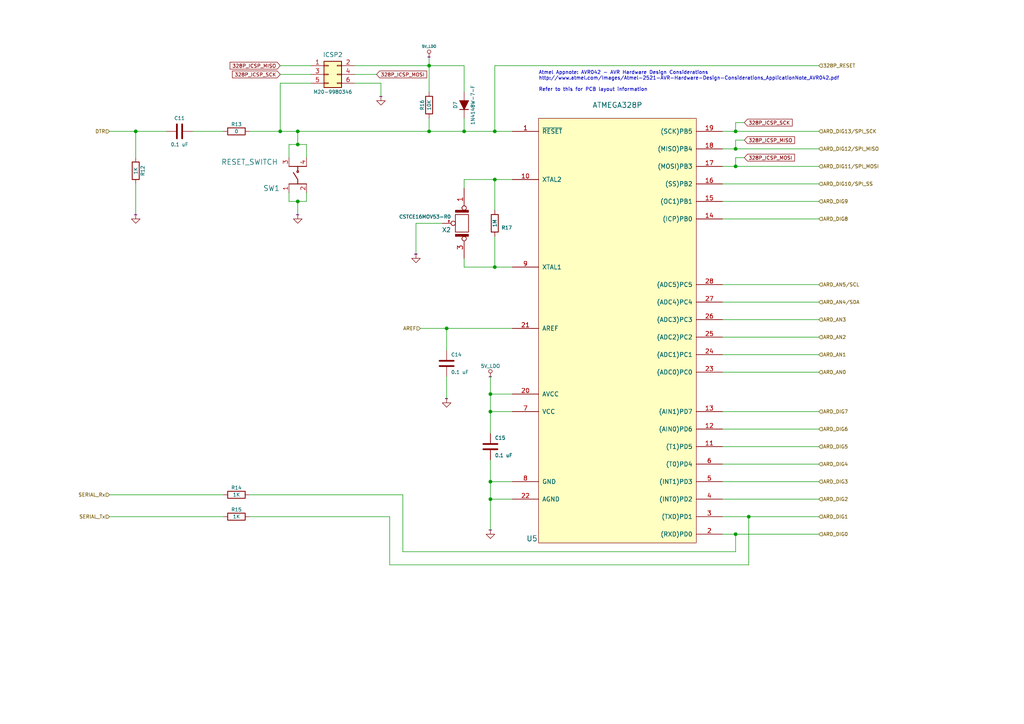
<source format=kicad_sch>
(kicad_sch (version 20230121) (generator eeschema)
  (paper "A4")
  (title_block (title "Arduino UNO R3 Clone") (date "2021-08-06") (rev "1") (company "Rheingold Heavy") (comment 1 "Based on the Arduino UNO R3 From arduino.cc"))
  (lib_symbols
    (symbol "Arduino_Uno_R3_From_Scratch:5V_LDO" (power) (pin_names (offset 1.016))
      (property "Value" "5V_LDO" (at 0 3.048 0))
      (symbol "5V_LDO_0_0"
        (pin power_in line (at 0 0 90) (length 0) hide (name "5V_LDO") (number "1"))
      )
      (symbol "5V_LDO_0_1"
        (polyline (pts (xy 0 0) (xy 0 1.016)) (stroke (width 0.1524)))
        (circle (center 0 1.524) (radius 0.508) (stroke (width 0.1524)))
      )
    )
    (symbol "Arduino_Uno_R3_From_Scratch:CERAMIC_RESONATOR" (pin_names (offset 1.016) hide)
      (property "Reference" "XTAL" (at 0 3.81 0))
      (property "Value" "CERAMIC_RESONATOR" (at 1.27 -2.54 0))
      (symbol "CERAMIC_RESONATOR_0_1"
        (rectangle (start -2.54 2.54) (end 2.54 -1.27) (stroke (width 0.2032)))
        (polyline (pts (xy -3.81 2.54) (xy -3.81 -1.27) (xy -3.175 -1.27) (xy -3.175 2.54) (xy -3.81 2.54) (xy -3.81 2.54)) (fill (type outline)))
        (polyline (pts (xy 3.81 2.54) (xy 3.81 -1.27) (xy 3.175 -1.27) (xy 3.175 2.54) (xy 3.81 2.54) (xy 3.81 2.54)) (fill (type outline)))
      )
      (symbol "CERAMIC_RESONATOR_1_1"
        (pin passive inverted (at -10.16 1.27 0) (length 6.35) (name "P1") (number "1"))
        (pin passive inverted (at 0 -5.08 90) (length 3.81) (name "PM") (number "2"))
        (pin passive inverted (at 10.16 1.27 180) (length 6.35) (name "P3") (number "3"))
      )
    )
    (symbol "Arduino_Uno_R3_From_Scratch:RESET_SWITCH" (pin_names (offset 1.016))
      (property "Reference" "SW" (at 0 -5.08 0))
      (property "Value" "RESET_SWITCH" (at 0 6.35 0))
      (symbol "RESET_SWITCH_0_1"
        (polyline (pts (xy -2.54 -2.54) (xy -2.54 2.54)) (stroke (width 0.254)))
        (polyline (pts (xy 2.54 0) (xy 1.27 0)) (stroke (width 0.254)))
        (polyline (pts (xy 2.54 2.54) (xy 2.54 -2.54)) (stroke (width 0.254)))
        (polyline (pts (xy -2.54 0) (xy -1.27 0) (xy 0.762 1.27)) (stroke (width 0.254)))
        (circle (center 1.016 0) (radius 0.254) (stroke (width 0.254)))
      )
      (symbol "RESET_SWITCH_1_1"
        (pin input line (at -5.08 2.54 0) (length 2.54) (name "~") (number "1"))
        (pin input line (at -5.08 -2.54 0) (length 2.54) (name "~") (number "2"))
        (pin input line (at 5.08 2.54 180) (length 2.54) (name "~") (number "3"))
        (pin input line (at 5.08 -2.54 180) (length 2.54) (name "~") (number "4"))
      )
    )
    (symbol "Connector_Generic:Conn_02x03_Odd_Even" (pin_names (offset 1.016) hide)
      (property "Reference" "J" (at 1.27 5.08 0))
      (property "Value" "Conn_02x03_Odd_Even" (at 1.27 -5.08 0))
      (symbol "Conn_02x03_Odd_Even_1_1"
        (rectangle (start -1.27 -2.413) (end 0 -2.667) (stroke (width 0.1524)))
        (rectangle (start -1.27 0.127) (end 0 -0.127) (stroke (width 0.1524)))
        (rectangle (start -1.27 2.667) (end 0 2.413) (stroke (width 0.1524)))
        (rectangle (start -1.27 3.81) (end 3.81 -3.81) (stroke (width 0.254)) (fill (type background)))
        (rectangle (start 3.81 -2.413) (end 2.54 -2.667) (stroke (width 0.1524)))
        (rectangle (start 3.81 0.127) (end 2.54 -0.127) (stroke (width 0.1524)))
        (rectangle (start 3.81 2.667) (end 2.54 2.413) (stroke (width 0.1524)))
        (pin passive line (at -5.08 2.54 0) (length 3.81) (name "Pin_1") (number "1"))
        (pin passive line (at 7.62 2.54 180) (length 3.81) (name "Pin_2") (number "2"))
        (pin passive line (at -5.08 0 0) (length 3.81) (name "Pin_3") (number "3"))
        (pin passive line (at 7.62 0 180) (length 3.81) (name "Pin_4") (number "4"))
        (pin passive line (at -5.08 -2.54 0) (length 3.81) (name "Pin_5") (number "5"))
        (pin passive line (at 7.62 -2.54 180) (length 3.81) (name "Pin_6") (number "6"))
      )
    )
    (symbol "Device:C" (pin_numbers hide) (pin_names (offset 0.254))
      (property "Reference" "C" (at 0.635 2.54 0))
      (property "Value" "C" (at 0.635 -2.54 0))
      (symbol "C_0_1"
        (polyline (pts (xy -2.032 -0.762) (xy 2.032 -0.762)) (stroke (width 0.508)))
        (polyline (pts (xy -2.032 0.762) (xy 2.032 0.762)) (stroke (width 0.508)))
      )
      (symbol "C_1_1"
        (pin passive line (at 0 3.81 270) (length 2.794) (name "~") (number "1"))
        (pin passive line (at 0 -3.81 90) (length 2.794) (name "~") (number "2"))
      )
    )
    (symbol "Device:D_Filled" (pin_numbers hide) (pin_names (offset 1.016) hide)
      (property "Reference" "D" (at 0 2.54 0))
      (property "Value" "D_Filled" (at 0 -2.54 0))
      (symbol "D_Filled_0_1"
        (polyline (pts (xy -1.27 1.27) (xy -1.27 -1.27)) (stroke (width 0.254)))
        (polyline (pts (xy 1.27 0) (xy -1.27 0)))
        (polyline (pts (xy 1.27 1.27) (xy 1.27 -1.27) (xy -1.27 0) (xy 1.27 1.27)) (stroke (width 0.254)) (fill (type outline)))
      )
      (symbol "D_Filled_1_1"
        (pin passive line (at -3.81 0 0) (length 2.54) (name "K") (number "1"))
        (pin passive line (at 3.81 0 180) (length 2.54) (name "A") (number "2"))
      )
    )
    (symbol "Device:R" (pin_numbers hide) (pin_names (offset 0))
      (property "Reference" "R" (at 2.032 0 90))
      (property "Value" "R" (at 0 0 90))
      (symbol "R_0_1"
        (rectangle (start -1.016 -2.54) (end 1.016 2.54) (stroke (width 0.254)))
      )
      (symbol "R_1_1"
        (pin passive line (at 0 3.81 270) (length 1.27) (name "~") (number "1"))
        (pin passive line (at 0 -3.81 90) (length 1.27) (name "~") (number "2"))
      )
    )
    (symbol "MFN_Atmel:ATMEGA328P-PU" (pin_names (offset 1.016))
      (property "Reference" "U" (at 24.13 -66.04 0))
      (property "Value" "ATMEGA328P-PU" (at 0 64.77 0))
      (symbol "ATMEGA328P-PU_0_1"
        (rectangle (start 22.86 60.96) (end -22.86 -62.23) (fill (type background)))
      )
      (symbol "ATMEGA328P-PU_1_1"
        (pin input line (at -30.48 57.15 0) (length 7.62) (name "~{RESET}") (number "1"))
        (pin input line (at -30.48 43.18 0) (length 7.62) (name "XTAL2") (number "10"))
        (pin input line (at 30.48 -34.29 180) (length 7.62) (name "(T1)PD5") (number "11"))
        (pin input line (at 30.48 -29.21 180) (length 7.62) (name "(AIN0)PD6") (number "12"))
        (pin input line (at 30.48 -24.13 180) (length 7.62) (name "(AIN1)PD7") (number "13"))
        (pin input line (at 30.48 31.75 180) (length 7.62) (name "(ICP)PB0") (number "14"))
        (pin input line (at 30.48 36.83 180) (length 7.62) (name "(OC1)PB1") (number "15"))
        (pin input line (at 30.48 41.91 180) (length 7.62) (name "(SS)PB2") (number "16"))
        (pin input line (at 30.48 46.99 180) (length 7.62) (name "(MOSI)PB3") (number "17"))
        (pin input line (at 30.48 52.07 180) (length 7.62) (name "(MISO)PB4") (number "18"))
        (pin input line (at 30.48 57.15 180) (length 7.62) (name "(SCK)PB5") (number "19"))
        (pin input line (at 30.48 -59.69 180) (length 7.62) (name "(RXD)PD0") (number "2"))
        (pin input line (at -30.48 -19.05 0) (length 7.62) (name "AVCC") (number "20"))
        (pin input line (at -30.48 0 0) (length 7.62) (name "AREF") (number "21"))
        (pin input line (at -30.48 -49.53 0) (length 7.62) (name "AGND") (number "22"))
        (pin input line (at 30.48 -12.7 180) (length 7.62) (name "(ADC0)PC0") (number "23"))
        (pin input line (at 30.48 -7.62 180) (length 7.62) (name "(ADC1)PC1") (number "24"))
        (pin input line (at 30.48 -2.54 180) (length 7.62) (name "(ADC2)PC2") (number "25"))
        (pin input line (at 30.48 2.54 180) (length 7.62) (name "(ADC3)PC3") (number "26"))
        (pin input line (at 30.48 7.62 180) (length 7.62) (name "(ADC4)PC4") (number "27"))
        (pin input line (at 30.48 12.7 180) (length 7.62) (name "(ADC5)PC5") (number "28"))
        (pin input line (at 30.48 -54.61 180) (length 7.62) (name "(TXD)PD1") (number "3"))
        (pin input line (at 30.48 -49.53 180) (length 7.62) (name "(INT0)PD2") (number "4"))
        (pin input line (at 30.48 -44.45 180) (length 7.62) (name "(INT1)PD3") (number "5"))
        (pin input line (at 30.48 -39.37 180) (length 7.62) (name "(T0)PD4") (number "6"))
        (pin input line (at -30.48 -24.13 0) (length 7.62) (name "VCC") (number "7"))
        (pin input line (at -30.48 -44.45 0) (length 7.62) (name "GND") (number "8"))
        (pin input line (at -30.48 17.78 0) (length 7.62) (name "XTAL1") (number "9"))
      )
    )
    (symbol "power:GND" (power) (pin_names (offset 0))
      (property "Value" "GND" (at 0 -3.81 0))
      (symbol "GND_0_1"
        (polyline (pts (xy 0 0) (xy 0 -1.27) (xy 1.27 -1.27) (xy 0 -2.54) (xy -1.27 -1.27) (xy 0 -1.27)))
      )
      (symbol "GND_1_1"
        (pin power_in line (at 0 0 270) (length 0) hide (name "GND") (number "1"))
      )
    )
  )
  (junction (at 142.24 144.78))
  (junction (at 81.28 38.1))
  (junction (at 213.36 38.1))
  (junction (at 143.51 52.07))
  (junction (at 213.36 48.26))
  (junction (at 86.36 58.42))
  (junction (at 213.36 154.94))
  (junction (at 142.24 139.7))
  (junction (at 129.54 95.25))
  (junction (at 142.24 119.38))
  (junction (at 143.51 77.47))
  (junction (at 142.24 114.3))
  (junction (at 124.46 19.05))
  (junction (at 134.62 38.1))
  (junction (at 39.37 38.1))
  (junction (at 217.17 149.86))
  (junction (at 124.46 38.1))
  (junction (at 143.51 38.1))
  (junction (at 213.36 43.18))
  (junction (at 86.36 41.91))
  (junction (at 86.36 38.1))
  (wire (pts (xy 142.24 133.35) (xy 142.24 139.7)))
  (wire (pts (xy 83.82 41.91) (xy 86.36 41.91)))
  (wire (pts (xy 143.51 38.1) (xy 143.51 19.05)))
  (wire (pts (xy 237.49 119.38) (xy 209.55 119.38)))
  (wire (pts (xy 213.36 160.02) (xy 116.84 160.02)))
  (wire (pts (xy 134.62 19.05) (xy 134.62 26.67)))
  (wire (pts (xy 55.88 38.1) (xy 64.77 38.1)))
  (wire (pts (xy 209.55 48.26) (xy 213.36 48.26)))
  (wire (pts (xy 209.55 43.18) (xy 213.36 43.18)))
  (wire (pts (xy 142.24 114.3) (xy 148.59 114.3)))
  (wire (pts (xy 72.39 38.1) (xy 81.28 38.1)))
  (wire (pts (xy 237.49 102.87) (xy 209.55 102.87)))
  (wire (pts (xy 142.24 109.22) (xy 142.24 114.3)))
  (wire (pts (xy 39.37 53.34) (xy 39.37 62.23)))
  (wire (pts (xy 128.27 64.77) (xy 120.65 64.77)))
  (wire (pts (xy 143.51 38.1) (xy 148.59 38.1)))
  (wire (pts (xy 88.9 41.91) (xy 88.9 45.72)))
  (wire (pts (xy 142.24 119.38) (xy 148.59 119.38)))
  (wire (pts (xy 134.62 77.47) (xy 143.51 77.47)))
  (wire (pts (xy 124.46 34.29) (xy 124.46 38.1)))
  (wire (pts (xy 215.9 35.56) (xy 213.36 35.56)))
  (wire (pts (xy 217.17 163.83) (xy 113.03 163.83)))
  (wire (pts (xy 134.62 52.07) (xy 143.51 52.07)))
  (wire (pts (xy 121.92 95.25) (xy 129.54 95.25)))
  (wire (pts (xy 116.84 160.02) (xy 116.84 143.51)))
  (wire (pts (xy 124.46 38.1) (xy 134.62 38.1)))
  (wire (pts (xy 134.62 74.93) (xy 134.62 77.47)))
  (wire (pts (xy 116.84 143.51) (xy 72.39 143.51)))
  (wire (pts (xy 213.36 154.94) (xy 213.36 160.02)))
  (wire (pts (xy 143.51 19.05) (xy 237.49 19.05)))
  (wire (pts (xy 213.36 45.72) (xy 213.36 48.26)))
  (wire (pts (xy 217.17 149.86) (xy 217.17 163.83)))
  (wire (pts (xy 209.55 97.79) (xy 237.49 97.79)))
  (wire (pts (xy 124.46 19.05) (xy 124.46 26.67)))
  (wire (pts (xy 213.36 43.18) (xy 237.49 43.18)))
  (wire (pts (xy 72.39 149.86) (xy 113.03 149.86)))
  (wire (pts (xy 142.24 139.7) (xy 142.24 144.78)))
  (wire (pts (xy 213.36 48.26) (xy 237.49 48.26)))
  (wire (pts (xy 237.49 53.34) (xy 209.55 53.34)))
  (wire (pts (xy 143.51 52.07) (xy 148.59 52.07)))
  (wire (pts (xy 102.87 24.13) (xy 110.49 24.13)))
  (wire (pts (xy 81.28 21.59) (xy 90.17 21.59)))
  (wire (pts (xy 81.28 24.13) (xy 90.17 24.13)))
  (wire (pts (xy 86.36 38.1) (xy 124.46 38.1)))
  (wire (pts (xy 113.03 149.86) (xy 113.03 163.83)))
  (wire (pts (xy 215.9 40.64) (xy 213.36 40.64)))
  (wire (pts (xy 120.65 64.77) (xy 120.65 73.66)))
  (wire (pts (xy 83.82 45.72) (xy 83.82 41.91)))
  (wire (pts (xy 31.75 149.86) (xy 64.77 149.86)))
  (wire (pts (xy 83.82 58.42) (xy 83.82 55.88)))
  (wire (pts (xy 142.24 114.3) (xy 142.24 119.38)))
  (wire (pts (xy 213.36 154.94) (xy 237.49 154.94)))
  (wire (pts (xy 86.36 41.91) (xy 88.9 41.91)))
  (wire (pts (xy 142.24 119.38) (xy 142.24 125.73)))
  (wire (pts (xy 237.49 63.5) (xy 209.55 63.5)))
  (wire (pts (xy 39.37 38.1) (xy 39.37 45.72)))
  (wire (pts (xy 213.36 35.56) (xy 213.36 38.1)))
  (wire (pts (xy 148.59 139.7) (xy 142.24 139.7)))
  (wire (pts (xy 237.49 129.54) (xy 209.55 129.54)))
  (wire (pts (xy 237.49 92.71) (xy 209.55 92.71)))
  (wire (pts (xy 213.36 40.64) (xy 213.36 43.18)))
  (wire (pts (xy 129.54 109.22) (xy 129.54 115.57)))
  (wire (pts (xy 88.9 58.42) (xy 88.9 55.88)))
  (wire (pts (xy 213.36 38.1) (xy 237.49 38.1)))
  (wire (pts (xy 209.55 87.63) (xy 237.49 87.63)))
  (wire (pts (xy 209.55 154.94) (xy 213.36 154.94)))
  (wire (pts (xy 102.87 19.05) (xy 124.46 19.05)))
  (wire (pts (xy 209.55 149.86) (xy 217.17 149.86)))
  (wire (pts (xy 209.55 107.95) (xy 237.49 107.95)))
  (wire (pts (xy 110.49 24.13) (xy 110.49 27.94)))
  (wire (pts (xy 86.36 58.42) (xy 86.36 62.23)))
  (wire (pts (xy 209.55 38.1) (xy 213.36 38.1)))
  (wire (pts (xy 143.51 68.58) (xy 143.51 77.47)))
  (wire (pts (xy 237.49 82.55) (xy 209.55 82.55)))
  (wire (pts (xy 83.82 58.42) (xy 86.36 58.42)))
  (wire (pts (xy 81.28 19.05) (xy 90.17 19.05)))
  (wire (pts (xy 39.37 38.1) (xy 48.26 38.1)))
  (wire (pts (xy 209.55 58.42) (xy 237.49 58.42)))
  (wire (pts (xy 134.62 52.07) (xy 134.62 54.61)))
  (wire (pts (xy 86.36 38.1) (xy 86.36 41.91)))
  (wire (pts (xy 134.62 38.1) (xy 143.51 38.1)))
  (wire (pts (xy 31.75 38.1) (xy 39.37 38.1)))
  (wire (pts (xy 31.75 143.51) (xy 64.77 143.51)))
  (wire (pts (xy 148.59 144.78) (xy 142.24 144.78)))
  (wire (pts (xy 143.51 52.07) (xy 143.51 60.96)))
  (wire (pts (xy 143.51 77.47) (xy 148.59 77.47)))
  (wire (pts (xy 124.46 19.05) (xy 134.62 19.05)))
  (wire (pts (xy 217.17 149.86) (xy 237.49 149.86)))
  (wire (pts (xy 129.54 95.25) (xy 129.54 101.6)))
  (wire (pts (xy 142.24 144.78) (xy 142.24 153.67)))
  (wire (pts (xy 86.36 58.42) (xy 88.9 58.42)))
  (wire (pts (xy 81.28 24.13) (xy 81.28 38.1)))
  (wire (pts (xy 237.49 139.7) (xy 209.55 139.7)))
  (wire (pts (xy 134.62 34.29) (xy 134.62 38.1)))
  (wire (pts (xy 209.55 124.46) (xy 237.49 124.46)))
  (wire (pts (xy 209.55 134.62) (xy 237.49 134.62)))
  (wire (pts (xy 129.54 95.25) (xy 148.59 95.25)))
  (wire (pts (xy 102.87 21.59) (xy 109.22 21.59)))
  (wire (pts (xy 209.55 144.78) (xy 237.49 144.78)))
  (wire (pts (xy 215.9 45.72) (xy 213.36 45.72)))
  (wire (pts (xy 81.28 38.1) (xy 86.36 38.1)))
  (wire (pts (xy 124.46 16.51) (xy 124.46 19.05)))
  (text "Atmel Appnote: AVR042 - AVR Hardware Design Considerations\nhttp://www.atmel.com/Images/Atmel-2521-AVR-Hardware-Design-Considerations_ApplicationNote_AVR042.pdf\n\nRefer to this for PCB layout information" (at 156.21 26.67 0) (effects (font (size 1.016 1.016)) (justify left bottom)))
  (global_label "328P_ICSP_MOSI" (shape input) (at 109.22 21.59 0) (effects (font (size 1.016 1.016))) (property "Intersheetrefs" "${INTERSHEET_REFS}" (effects hide)))
  (global_label "328P_ICSP_MOSI" (shape input) (at 215.9 45.72 0) (effects (font (size 1.016 1.016))) (property "Intersheetrefs" "${INTERSHEET_REFS}" (effects hide)))
  (global_label "328P_ICSP_SCK" (shape input) (at 81.28 21.59 180) (effects (font (size 1.016 1.016))) (property "Intersheetrefs" "${INTERSHEET_REFS}" (effects hide)))
  (global_label "328P_ICSP_MISO" (shape input) (at 215.9 40.64 0) (effects (font (size 1.016 1.016))) (property "Intersheetrefs" "${INTERSHEET_REFS}" (effects hide)))
  (global_label "328P_ICSP_SCK" (shape input) (at 215.9 35.56 0) (effects (font (size 1.016 1.016))) (property "Intersheetrefs" "${INTERSHEET_REFS}" (effects hide)))
  (global_label "328P_ICSP_MISO" (shape input) (at 81.28 19.05 180) (effects (font (size 1.016 1.016))) (property "Intersheetrefs" "${INTERSHEET_REFS}" (effects hide)))
  (hierarchical_label "ARD_DIG1" (shape input) (at 237.49 149.86 0) (effects (font (size 1.016 1.016))))
  (hierarchical_label "328P_RESET" (shape input) (at 237.49 19.05 0) (effects (font (size 1.016 1.016))))
  (hierarchical_label "ARD_DIG4" (shape input) (at 237.49 134.62 0) (effects (font (size 1.016 1.016))))
  (hierarchical_label "ARD_DIG10/SPI_SS" (shape input) (at 237.49 53.34 0) (effects (font (size 1.016 1.016))))
  (hierarchical_label "ARD_AN0" (shape input) (at 237.49 107.95 0) (effects (font (size 1.016 1.016))))
  (hierarchical_label "ARD_DIG9" (shape input) (at 237.49 58.42 0) (effects (font (size 1.016 1.016))))
  (hierarchical_label "ARD_AN4/SDA" (shape input) (at 237.49 87.63 0) (effects (font (size 1.016 1.016))))
  (hierarchical_label "ARD_DIG5" (shape input) (at 237.49 129.54 0) (effects (font (size 1.016 1.016))))
  (hierarchical_label "DTR" (shape input) (at 31.75 38.1 180) (effects (font (size 1.016 1.016))))
  (hierarchical_label "SERIAL_Rx" (shape input) (at 31.75 143.51 180) (effects (font (size 1.016 1.016))))
  (hierarchical_label "ARD_DIG0" (shape input) (at 237.49 154.94 0) (effects (font (size 1.016 1.016))))
  (hierarchical_label "ARD_AN3" (shape input) (at 237.49 92.71 0) (effects (font (size 1.016 1.016))))
  (hierarchical_label "ARD_DIG8" (shape input) (at 237.49 63.5 0) (effects (font (size 1.016 1.016))))
  (hierarchical_label "ARD_DIG3" (shape input) (at 237.49 139.7 0) (effects (font (size 1.016 1.016))))
  (hierarchical_label "ARD_AN5/SCL" (shape input) (at 237.49 82.55 0) (effects (font (size 1.016 1.016))))
  (hierarchical_label "SERIAL_Tx" (shape input) (at 31.75 149.86 180) (effects (font (size 1.016 1.016))))
  (hierarchical_label "ARD_DIG6" (shape input) (at 237.49 124.46 0) (effects (font (size 1.016 1.016))))
  (hierarchical_label "ARD_AN2" (shape input) (at 237.49 97.79 0) (effects (font (size 1.016 1.016))))
  (hierarchical_label "ARD_DIG2" (shape input) (at 237.49 144.78 0) (effects (font (size 1.016 1.016))))
  (hierarchical_label "ARD_DIG12/SPI_MISO" (shape input) (at 237.49 43.18 0) (effects (font (size 1.016 1.016))))
  (hierarchical_label "ARD_AN1" (shape input) (at 237.49 102.87 0) (effects (font (size 1.016 1.016))))
  (hierarchical_label "ARD_DIG13/SPI_SCK" (shape input) (at 237.49 38.1 0) (effects (font (size 1.016 1.016))))
  (hierarchical_label "ARD_DIG7" (shape input) (at 237.49 119.38 0) (effects (font (size 1.016 1.016))))
  (hierarchical_label "AREF" (shape input) (at 121.92 95.25 180) (effects (font (size 1.016 1.016))))
  (hierarchical_label "ARD_DIG11/SPI_MOSI" (shape input) (at 237.49 48.26 0) (effects (font (size 1.016 1.016))))
  (symbol (lib_id "MFN_Atmel:ATMEGA328P-PU") (at 179.07 95.25 0) (unit 1)
    (property "Reference" "U5" (at 154.305 156.21 0) (effects (font (size 1.524 1.524))))
    (property "Value" "ATMEGA328P" (at 179.07 30.48 0) (effects (font (size 1.524 1.524))))
    (property "Footprint" "Package_QFP:TQFP-32_7x7mm_P0.8mm" (effects hide))
    (property "Datasheet" "http://www.atmel.com/images/Atmel-8271-8-bit-AVR-Microcontroller-ATmega48A-48PA-88A-88PA-168A-168PA-328-328P_datasheet_Complete.pdf" (effects hide))
    (property "Characteristics" "IC MCU 8BIT 32KB FLASH 28DIP" (effects hide))
    (property "Description" "ATMEGA328P" (effects hide))
    (property "MFN" "Atmel" (effects hide))
    (property "Package ID" "PTH" (effects hide))
    (property "Source" "ANY" (effects hide))
    (property "Critical" "Y" (effects hide))
    (property "Subsystem" "328P_Sub" (effects hide))
    (property "MPN" "ATMEGA328P-PU" (effects hide))
  )
  (symbol (lib_id "power:GND") (at 142.24 153.67 0) (unit 1)
    (property "Reference" "#PWR040" (effects hide))
    (property "Value" "GND" (effects hide))
    (property "Footprint" "~" (at 142.24 153.67 0) (effects (font (size 1.524 1.524))))
    (property "Datasheet" "~" (at 142.24 153.67 0) (effects (font (size 1.524 1.524))))
    (property "Source" "ANY" (effects hide))
    (property "Critical" "N" (effects hide))
  )
  (symbol (lib_id "Device:R") (at 39.37 49.53 0) (unit 1)
    (property "Reference" "R12" (at 41.402 49.53 90) (effects (font (size 1.016 1.016))))
    (property "Value" "1K" (at 39.37 49.53 90) (effects (font (size 1.016 1.016))))
    (property "Footprint" "Resistor_SMD:R_0603_1608Metric" (effects hide))
    (property "Datasheet" "http://images.ihscontent.net/vipimages/VipMasterIC/IC/VISH/VISHS75859/VISHS75859-1.pdf" (effects hide))
    (property "Characteristics" "METAL GLAZE/THICK FILM, 0.125W, 5%, 200ppm, 1000ohm, SURFACE MOUNT, 0805," (effects hide))
    (property "Description" "ATMEGA328P DTR Pull Down Resistor" (effects hide))
    (property "MFN" "Vishay" (effects hide))
    (property "Package ID" "SMD_0805" (effects hide))
    (property "Source" "ANY" (effects hide))
    (property "Critical" "N" (effects hide))
    (property "Subsystem" "328P_Sub" (effects hide))
    (property "MPN" "CRCW08051K00JNEA" (effects hide))
  )
  (symbol (lib_id "Connector_Generic:Conn_02x03_Odd_Even") (at 95.25 21.59 0) (unit 1)
    (property "Reference" "ICSP2" (at 96.52 15.875 0))
    (property "Value" "M20-9980346" (at 96.52 26.67 0) (effects (font (size 1.016 1.016))))
    (property "Footprint" "Connector_PinHeader_2.54mm:PinHeader_2x03_P2.54mm_Vertical" (effects hide))
    (property "Datasheet" "http://cdn.harwin.com/pdfs/M20-998.pdf" (effects hide))
    (property "Characteristics" "6 CONTACT(S), MALE, STRAIGHT TWO PART BOARD CONNECTOR" (effects hide))
    (property "Description" "ATMEGA328P ICSP Header" (effects hide))
    (property "MFN" "Harwin" (effects hide))
    (property "Package ID" "PTH" (effects hide))
    (property "Source" "ANY" (effects hide))
    (property "Critical" "N" (effects hide))
    (property "Subsystem" "328P_Sub" (effects hide))
    (property "MPN" "M20-9980346" (effects hide))
  )
  (symbol (lib_id "Device:D_Filled") (at 134.62 30.48 90) (unit 1)
    (property "Reference" "D7" (at 132.08 30.48 0) (effects (font (size 1.016 1.016))))
    (property "Value" "1N4148W-7-F" (at 137.16 30.48 0) (effects (font (size 1.016 1.016))))
    (property "Footprint" "Diode_SMD:D_SMA" (effects hide))
    (property "Datasheet" "http://www.diodes.com/_files/datasheets/ds30086.pdf" (effects hide))
    (property "Characteristics" "DIODE GEN PURP 100V 300MA SOD123" (effects hide))
    (property "Description" "ATMEGA328P ICSP Reset Voltage Spike Protection" (effects hide))
    (property "MFN" "Diodes Inc" (effects hide))
    (property "Package ID" "SOD123" (effects hide))
    (property "Source" "ANY" (effects hide))
    (property "Critical" "N" (effects hide))
    (property "Subsystem" "328P_Sub" (effects hide))
    (property "MPN" "1N4148W-7-F" (effects hide))
  )
  (symbol (lib_id "Arduino_Uno_R3_From_Scratch:RESET_SWITCH") (at 86.36 50.8 90) (unit 1)
    (property "Reference" "SW1" (at 78.74 54.61 90) (effects (font (size 1.524 1.524))))
    (property "Value" "RESET_SWITCH" (at 72.39 46.99 90) (effects (font (size 1.524 1.524))))
    (property "Footprint" "Button_Switch_SMD:SW_SPST_PTS645" (effects hide))
    (property "Datasheet" "http://industrial.panasonic.com/www-data/pdf/ATK0000/ATK0000CE28.pdf" (effects hide))
    (property "Characteristics" "SWITCH TACTILE SPST-NO 0.02A 15V" (effects hide))
    (property "Description" "Reset Pushbutton" (effects hide))
    (property "MFN" "Panasonic" (effects hide))
    (property "Package ID" "SMD" (effects hide))
    (property "Source" "ANY" (effects hide))
    (property "Critical" "N" (effects hide))
    (property "Subsystem" "328P_Sub" (effects hide))
    (property "Notes" "Prefer below 3mm in accuator height off PCB" (effects hide))
    (property "MPN" "EVQ-Q2U02W" (effects hide))
  )
  (symbol (lib_id "Arduino_Uno_R3_From_Scratch:5V_LDO") (at 124.46 16.51 0) (unit 1)
    (property "Reference" "#PWR041" (effects hide))
    (property "Value" "5V_LDO" (at 124.46 13.462 0) (effects (font (size 0.762 0.762))))
    (property "Footprint" "~" (at 124.46 16.51 0) (effects (font (size 1.524 1.524))))
    (property "Datasheet" "~" (at 124.46 16.51 0) (effects (font (size 1.524 1.524))))
  )
  (symbol (lib_id "Arduino_Uno_R3_From_Scratch:5V_LDO") (at 142.24 109.22 0) (unit 1)
    (property "Reference" "#PWR042" (effects hide))
    (property "Value" "5V_LDO" (at 142.24 106.172 0) (effects (font (size 1.016 1.016))))
    (property "Footprint" "~" (at 142.24 109.22 0) (effects (font (size 1.524 1.524))))
    (property "Datasheet" "~" (at 142.24 109.22 0) (effects (font (size 1.524 1.524))))
  )
  (symbol (lib_id "Device:R") (at 68.58 38.1 90) (unit 1)
    (property "Reference" "R13" (at 68.58 36.068 90) (effects (font (size 1.016 1.016))))
    (property "Value" "0" (at 68.58 38.1 90) (effects (font (size 1.016 1.016))))
    (property "Footprint" "Resistor_SMD:R_0603_1608Metric" (effects hide))
    (property "Datasheet" "http://industrial.panasonic.com/www-cgi/jvcr13pz.cgi?E+PZ+3+AOA0001+ERJ6GEY0R00V+7+WW" (effects hide))
    (property "Characteristics" "RES SMD 0.0 OHM JUMPER 1/8W 0805" (effects hide))
    (property "Description" "ATMEGA328P DTR 0R Link" (effects hide))
    (property "MFN" "Panasonic" (effects hide))
    (property "Package ID" "SMD_0805" (effects hide))
    (property "Source" "ANY" (effects hide))
    (property "Critical" "N" (effects hide))
    (property "Subsystem" "328P_Sub" (effects hide))
    (property "MPN" "ERJ-6GEY0R00V" (effects hide))
  )
  (symbol (lib_id "Arduino_Uno_R3_From_Scratch:CERAMIC_RESONATOR") (at 133.35 64.77 270) (unit 1)
    (property "Reference" "X2" (at 130.81 66.675 90) (effects (justify right)))
    (property "Value" "CSTCE16MOV53-R0" (at 130.81 62.865 90) (effects (font (size 1.016 1.016)) (justify right)))
    (property "Footprint" "Crystal:Crystal_AT310_D3.0mm_L10.0mm_Horizontal_1EP_style1" (effects hide))
    (property "Datasheet" "http://www.murata.com/~/media/webrenewal/support/library/catalog/products/timingdevice/ceralock/p16e.ashx" (effects hide))
    (property "Characteristics" "CER RESONATOR 16.0MHZ SMD" (effects hide))
    (property "Description" "ATMEGA328P Oscillator" (effects hide))
    (property "MFN" "Murata" (effects hide))
    (property "Package ID" "SMD" (effects hide))
    (property "Source" "ANY" (effects hide))
    (property "Critical" "Y" (effects hide))
    (property "Subsystem" "328P_Sub" (effects hide))
    (property "MPN" "CSTCE16M0V53-R0" (effects hide))
  )
  (symbol (lib_id "Device:C") (at 129.54 105.41 0) (unit 1)
    (property "Reference" "C14" (at 130.81 102.87 0) (effects (font (size 1.016 1.016)) (justify left)))
    (property "Value" "0.1 uF" (at 130.81 107.95 0) (effects (font (size 1.016 1.016)) (justify left)))
    (property "Footprint" "Capacitor_SMD:C_0603_1608Metric" (effects hide))
    (property "Datasheet" "http://images.ihscontent.net/vipimages/VipMasterIC/IC/KEME/KEMES10043/KEMES10043-1.pdf" (effects hide))
    (property "Characteristics" "CAPACITOR, CERAMIC, MULTILAYER, 100 V, X7R, 0.1 uF, SURFACE MOUNT, 0805, CHIP, ROHS COMPLIANT" (effects hide))
    (property "Description" "ATMEGA328P AREF Bypass Cap" (effects hide))
    (property "MFN" "Kemet" (effects hide))
    (property "Package ID" "SMD_0805" (effects hide))
    (property "Source" "ANY" (effects hide))
    (property "Critical" "N" (effects hide))
    (property "Subsystem" "328P_Sub" (effects hide))
    (property "MPN" "C0805C104K1RACAUTO" (effects hide))
  )
  (symbol (lib_id "Device:C") (at 142.24 129.54 0) (unit 1)
    (property "Reference" "C15" (at 143.51 127 0) (effects (font (size 1.016 1.016)) (justify left)))
    (property "Value" "0.1 uF" (at 143.51 132.08 0) (effects (font (size 1.016 1.016)) (justify left)))
    (property "Footprint" "Capacitor_SMD:C_0603_1608Metric" (effects hide))
    (property "Datasheet" "http://images.ihscontent.net/vipimages/VipMasterIC/IC/KEME/KEMES10043/KEMES10043-1.pdf" (effects hide))
    (property "Characteristics" "CAPACITOR, CERAMIC, MULTILAYER, 100 V, X7R, 0.1 uF, SURFACE MOUNT, 0805, CHIP, ROHS COMPLIANT" (effects hide))
    (property "Description" "ATMEGA328P VCC and AVCC Bypass Cap" (effects hide))
    (property "MFN" "Kemet" (effects hide))
    (property "Package ID" "SMD_0805" (effects hide))
    (property "Source" "ANY" (effects hide))
    (property "Critical" "N" (effects hide))
    (property "Subsystem" "328P_Sub" (effects hide))
    (property "MPN" "C0805C104K1RACAUTO" (effects hide))
  )
  (symbol (lib_id "Device:R") (at 124.46 30.48 180) (unit 1)
    (property "Reference" "R16" (at 122.428 30.48 90) (effects (font (size 1.016 1.016))))
    (property "Value" "10K" (at 124.46 30.48 90) (effects (font (size 1.016 1.016))))
    (property "Footprint" "Resistor_SMD:R_0603_1608Metric" (effects hide))
    (property "Datasheet" "http://images.ihscontent.net/vipimages/VipMasterIC/IC/VISH/VISHS75859/VISHS75859-1.pdf" (effects hide))
    (property "Characteristics" "RESISTOR, METAL GLAZE/THICK FILM, 0.125W, 5%, 200ppm, 10000ohm, SURFACE MOUNT, 0805" (effects hide))
    (property "Description" "ATMEGA328P 10K ICSP Pull Up" (effects hide))
    (property "MFN" "Vishay" (effects hide))
    (property "Package ID" "SMD_0805" (effects hide))
    (property "Source" "ANY" (effects hide))
    (property "Critical" "N" (effects hide))
    (property "Subsystem" "328P_Sub" (effects hide))
    (property "MPN" "CRCW080510K0JNEA" (effects hide))
  )
  (symbol (lib_id "Device:R") (at 68.58 143.51 90) (unit 1)
    (property "Reference" "R14" (at 68.58 141.478 90) (effects (font (size 1.016 1.016))))
    (property "Value" "1K" (at 68.58 143.51 90) (effects (font (size 1.016 1.016))))
    (property "Footprint" "Resistor_SMD:R_0603_1608Metric" (effects hide))
    (property "Datasheet" "http://images.ihscontent.net/vipimages/VipMasterIC/IC/VISH/VISHS75859/VISHS75859-1.pdf" (effects hide))
    (property "Characteristics" "METAL GLAZE/THICK FILM, 0.125W, 5%, 200ppm, 1000ohm, SURFACE MOUNT, 0805," (effects hide))
    (property "Description" "ATMEGA328P Serial Tx Terminator" (effects hide))
    (property "MFN" "Vishay" (effects hide))
    (property "Package ID" "SMD_0805" (effects hide))
    (property "Source" "ANY" (effects hide))
    (property "Critical" "N" (effects hide))
    (property "Subsystem" "328P_Sub" (effects hide))
    (property "MPN" "CRCW08051K00JNEA" (effects hide))
  )
  (symbol (lib_id "Device:R") (at 68.58 149.86 90) (unit 1)
    (property "Reference" "R15" (at 68.58 147.828 90) (effects (font (size 1.016 1.016))))
    (property "Value" "1K" (at 68.58 149.86 90) (effects (font (size 1.016 1.016))))
    (property "Footprint" "Resistor_SMD:R_0603_1608Metric" (effects hide))
    (property "Datasheet" "http://images.ihscontent.net/vipimages/VipMasterIC/IC/VISH/VISHS75859/VISHS75859-1.pdf" (effects hide))
    (property "Characteristics" "METAL GLAZE/THICK FILM, 0.125W, 5%, 200ppm, 1000ohm, SURFACE MOUNT, 0805," (effects hide))
    (property "Description" "ATMEGA328P Serial Rx Terminator" (effects hide))
    (property "MFN" "Vishay" (effects hide))
    (property "Package ID" "SMD_0805" (effects hide))
    (property "Source" "ANY" (effects hide))
    (property "Critical" "N" (effects hide))
    (property "Subsystem" "328P_Sub" (effects hide))
    (property "MPN" "CRCW08051K00JNEA" (effects hide))
  )
  (symbol (lib_id "Device:C") (at 52.07 38.1 90) (unit 1)
    (property "Reference" "C11" (at 52.07 34.29 90) (effects (font (size 1.016 1.016))))
    (property "Value" "0.1 uF" (at 52.07 41.91 90) (effects (font (size 1.016 1.016))))
    (property "Footprint" "Capacitor_SMD:C_0603_1608Metric" (effects hide))
    (property "Datasheet" "http://images.ihscontent.net/vipimages/VipMasterIC/IC/KEME/KEMES10043/KEMES10043-1.pdf" (effects hide))
    (property "Characteristics" "CAPACITOR, CERAMIC, MULTILAYER, 100 V, X7R, 0.1 uF, SURFACE MOUNT, 0805, CHIP, ROHS COMPLIANT" (effects hide))
    (property "Description" "ATMEGA328P Reset Cap" (effects hide))
    (property "MFN" "Kemet" (effects hide))
    (property "Package ID" "SMD_0805" (effects hide))
    (property "Source" "ANY" (effects hide))
    (property "Critical" "N" (effects hide))
    (property "Subsystem" "328P_Sub" (effects hide))
    (property "MPN" "C0805C104K1RACAUTO" (effects hide))
  )
  (symbol (lib_id "Device:R") (at 143.51 64.77 0) (unit 1)
    (property "Reference" "R17" (at 145.415 66.04 0) (effects (font (size 1.016 1.016)) (justify left)))
    (property "Value" "1M" (at 143.51 64.77 90) (effects (font (size 1.016 1.016))))
    (property "Footprint" "Resistor_SMD:R_0603_1608Metric" (effects hide))
    (property "Datasheet" "http://www.vishay.com/docs/20035/dcrcwe3.pdf" (effects hide))
    (property "Characteristics" "RES SMD 1M OHM 1% 1/8W 0805" (effects hide))
    (property "Description" "ATMEGA328P Xtal 1M Feedback Resistor" (effects hide))
    (property "MFN" "Vishay" (effects hide))
    (property "Package ID" "SMD_0805" (effects hide))
    (property "Source" "ANY" (effects hide))
    (property "Critical" "N" (effects hide))
    (property "Subsystem" "328P_Sub" (effects hide))
    (property "MPN" "CRCW08051M00FKEA" (effects hide))
  )
  (symbol (lib_id "power:GND") (at 129.54 115.57 0) (unit 1)
    (property "Reference" "#PWR043" (effects hide))
    (property "Value" "GND" (effects hide))
    (property "Footprint" "~" (at 129.54 115.57 0) (effects (font (size 1.524 1.524))))
    (property "Datasheet" "~" (at 129.54 115.57 0) (effects (font (size 1.524 1.524))))
    (property "Source" "ANY" (effects hide))
    (property "Critical" "N" (effects hide))
  )
  (symbol (lib_id "power:GND") (at 120.65 73.66 0) (unit 1)
    (property "Reference" "#PWR044" (effects hide))
    (property "Value" "GND" (effects hide))
    (property "Footprint" "~" (at 120.65 73.66 0) (effects (font (size 1.524 1.524))))
    (property "Datasheet" "~" (at 120.65 73.66 0) (effects (font (size 1.524 1.524))))
    (property "Source" "ANY" (effects hide))
    (property "Critical" "N" (effects hide))
  )
  (symbol (lib_id "power:GND") (at 86.36 62.23 0) (unit 1)
    (property "Reference" "#PWR045" (effects hide))
    (property "Value" "GND" (effects hide))
    (property "Footprint" "~" (at 86.36 62.23 0) (effects (font (size 1.524 1.524))))
    (property "Datasheet" "~" (at 86.36 62.23 0) (effects (font (size 1.524 1.524))))
    (property "Source" "ANY" (effects hide))
    (property "Critical" "N" (effects hide))
  )
  (symbol (lib_id "power:GND") (at 39.37 62.23 0) (unit 1)
    (property "Reference" "#PWR046" (effects hide))
    (property "Value" "GND" (effects hide))
    (property "Footprint" "~" (at 39.37 62.23 0) (effects (font (size 1.524 1.524))))
    (property "Datasheet" "~" (at 39.37 62.23 0) (effects (font (size 1.524 1.524))))
    (property "Source" "ANY" (effects hide))
    (property "Critical" "N" (effects hide))
  )
  (symbol (lib_id "power:GND") (at 110.49 27.94 0) (unit 1)
    (property "Reference" "#PWR047" (effects hide))
    (property "Value" "GND" (effects hide))
    (property "Footprint" "~" (at 110.49 27.94 0) (effects (font (size 1.524 1.524))))
    (property "Datasheet" "~" (at 110.49 27.94 0) (effects (font (size 1.524 1.524))))
    (property "Source" "ANY" (effects hide))
    (property "Critical" "N" (effects hide))
  )
)
</source>
